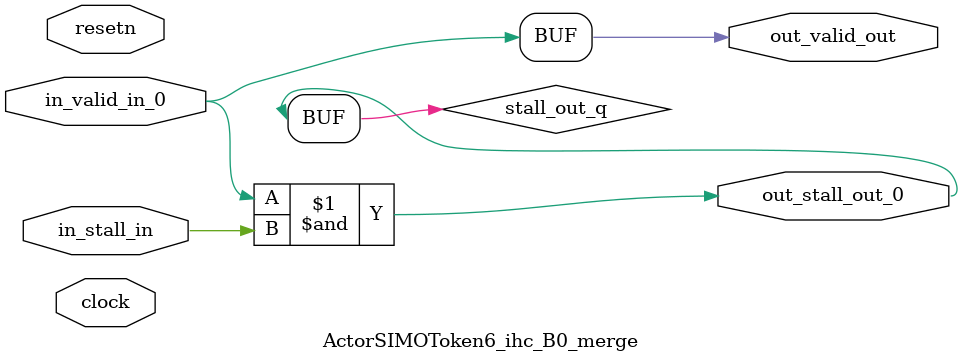
<source format=sv>



(* altera_attribute = "-name AUTO_SHIFT_REGISTER_RECOGNITION OFF; -name MESSAGE_DISABLE 10036; -name MESSAGE_DISABLE 10037; -name MESSAGE_DISABLE 14130; -name MESSAGE_DISABLE 14320; -name MESSAGE_DISABLE 15400; -name MESSAGE_DISABLE 14130; -name MESSAGE_DISABLE 10036; -name MESSAGE_DISABLE 12020; -name MESSAGE_DISABLE 12030; -name MESSAGE_DISABLE 12010; -name MESSAGE_DISABLE 12110; -name MESSAGE_DISABLE 14320; -name MESSAGE_DISABLE 13410; -name MESSAGE_DISABLE 113007; -name MESSAGE_DISABLE 10958" *)
module ActorSIMOToken6_ihc_B0_merge (
    input wire [0:0] in_stall_in,
    input wire [0:0] in_valid_in_0,
    output wire [0:0] out_stall_out_0,
    output wire [0:0] out_valid_out,
    input wire clock,
    input wire resetn
    );

    wire [0:0] stall_out_q;


    // stall_out(LOGICAL,6)
    assign stall_out_q = in_valid_in_0 & in_stall_in;

    // out_stall_out_0(GPOUT,4)
    assign out_stall_out_0 = stall_out_q;

    // out_valid_out(GPOUT,5)
    assign out_valid_out = in_valid_in_0;

endmodule

</source>
